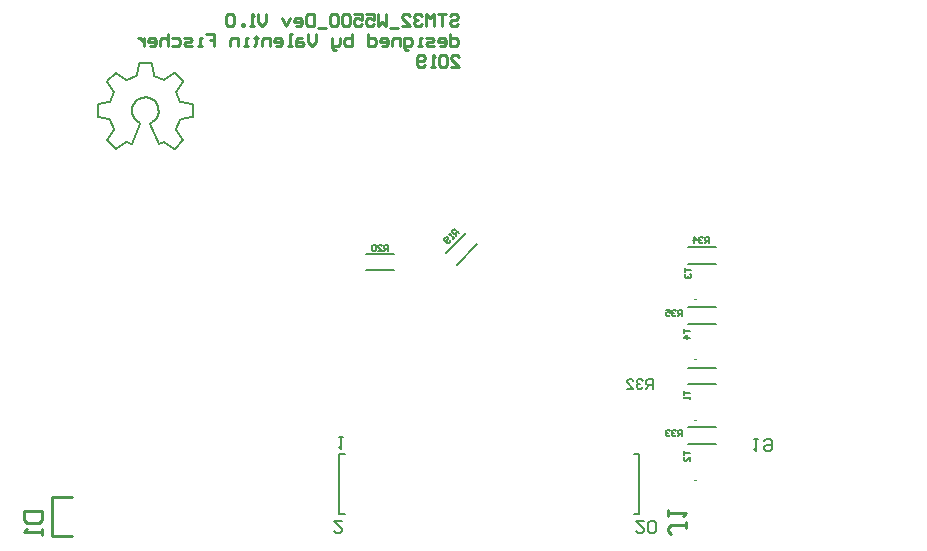
<source format=gbo>
G04*
G04 #@! TF.GenerationSoftware,Altium Limited,Altium Designer,19.1.8 (144)*
G04*
G04 Layer_Color=32896*
%FSLAX25Y25*%
%MOIN*%
G70*
G01*
G75*
%ADD10C,0.01000*%
%ADD11C,0.00000*%
%ADD15C,0.00600*%
%ADD16C,0.00787*%
%ADD18C,0.00500*%
%ADD94C,0.00631*%
%ADD95C,0.00900*%
G36*
X335400Y99100D02*
D01*
D01*
D01*
D01*
D02*
G37*
D10*
X51100Y2300D02*
Y15300D01*
Y2300D02*
X57600D01*
X51100Y15300D02*
X57600D01*
X262298Y6934D02*
Y4934D01*
Y5934D01*
X257300D01*
X256300Y4934D01*
Y3935D01*
X257300Y2935D01*
X256300Y8933D02*
Y10932D01*
Y9933D01*
X262298D01*
X261299Y8933D01*
X41602Y10800D02*
X47600D01*
Y7801D01*
X46600Y6801D01*
X42602D01*
X41602Y7801D01*
Y10800D01*
X47600Y4802D02*
Y2803D01*
Y3802D01*
X41602D01*
X42602Y4802D01*
D11*
X265725Y61288D02*
X264938D01*
X265725D01*
Y81446D02*
X264938D01*
X265725D01*
Y20972D02*
X264938D01*
X265725D01*
Y41130D02*
X264938D01*
X265725D01*
D15*
X182311Y96808D02*
X188992Y103489D01*
X186208Y92911D02*
X192889Y99592D01*
X155776Y90944D02*
X165224D01*
X155776Y96456D02*
X165224D01*
X263076Y73244D02*
X272524D01*
X263076Y78756D02*
X272524D01*
X263076Y93244D02*
X272524D01*
X263076Y98756D02*
X272524D01*
X263076Y33244D02*
X272524D01*
X263076Y38756D02*
X272524D01*
X263076Y52944D02*
X272524D01*
X263076Y58456D02*
X272524D01*
X251300Y51567D02*
Y54766D01*
X249700D01*
X249167Y54233D01*
Y53166D01*
X249700Y52633D01*
X251300D01*
X250234D02*
X249167Y51567D01*
X248101Y54233D02*
X247568Y54766D01*
X246501D01*
X245968Y54233D01*
Y53699D01*
X246501Y53166D01*
X247035D01*
X246501D01*
X245968Y52633D01*
Y52100D01*
X246501Y51567D01*
X247568D01*
X248101Y52100D01*
X242769Y51567D02*
X244902D01*
X242769Y53699D01*
Y54233D01*
X243303Y54766D01*
X244369D01*
X244902Y54233D01*
D16*
X146850Y29685D02*
X148779D01*
X146850Y9685D02*
X148779D01*
X146850D02*
Y29685D01*
X246850Y9685D02*
Y29685D01*
X244921D02*
X246850D01*
X244921Y9685D02*
X246850D01*
X147663Y7480D02*
X145039D01*
X147663Y4857D01*
Y4200D01*
X147007Y3545D01*
X145695D01*
X145039Y4200D01*
X146614Y35433D02*
X147926D01*
X147270D01*
Y31497D01*
X146614Y32153D01*
X285200Y34600D02*
X286512D01*
X285856D01*
Y30664D01*
X285200Y31320D01*
X288480Y33944D02*
X289136Y34600D01*
X290448D01*
X291104Y33944D01*
Y31320D01*
X290448Y30664D01*
X289136D01*
X288480Y31320D01*
Y31976D01*
X289136Y32632D01*
X291104D01*
X248529Y7480D02*
X245905D01*
X248529Y4857D01*
Y4200D01*
X247873Y3545D01*
X246562D01*
X245905Y4200D01*
X249841D02*
X250497Y3545D01*
X251809D01*
X252465Y4200D01*
Y6824D01*
X251809Y7480D01*
X250497D01*
X249841Y6824D01*
Y4200D01*
D18*
X186600Y103400D02*
X185186Y104814D01*
X184479Y104107D01*
Y103636D01*
X184951Y103164D01*
X185422Y103164D01*
X186129Y103871D01*
X185658Y103400D02*
Y102457D01*
X185186Y101986D02*
X184715Y101515D01*
X184951Y101751D01*
X183537Y103164D01*
X184008Y103164D01*
X183773Y101044D02*
Y100573D01*
X183301Y100101D01*
X182830Y100101D01*
X181887Y101044D01*
Y101515D01*
X182359Y101986D01*
X182830Y101986D01*
X183066Y101751D01*
X183066Y101279D01*
X182359Y100573D01*
X163000Y97300D02*
Y99299D01*
X162000D01*
X161667Y98966D01*
Y98300D01*
X162000Y97966D01*
X163000D01*
X162334D02*
X161667Y97300D01*
X159668D02*
X161001D01*
X159668Y98633D01*
Y98966D01*
X160001Y99299D01*
X160667D01*
X161001Y98966D01*
X159001D02*
X158668Y99299D01*
X158002D01*
X157668Y98966D01*
Y97633D01*
X158002Y97300D01*
X158668D01*
X159001Y97633D01*
Y98966D01*
X261100Y35600D02*
Y37599D01*
X260100D01*
X259767Y37266D01*
Y36600D01*
X260100Y36266D01*
X261100D01*
X260434D02*
X259767Y35600D01*
X259101Y37266D02*
X258767Y37599D01*
X258101D01*
X257768Y37266D01*
Y36933D01*
X258101Y36600D01*
X258434D01*
X258101D01*
X257768Y36266D01*
Y35933D01*
X258101Y35600D01*
X258767D01*
X259101Y35933D01*
X257101Y37266D02*
X256768Y37599D01*
X256102D01*
X255768Y37266D01*
Y36933D01*
X256102Y36600D01*
X256435D01*
X256102D01*
X255768Y36266D01*
Y35933D01*
X256102Y35600D01*
X256768D01*
X257101Y35933D01*
X261100Y75600D02*
Y77599D01*
X260100D01*
X259767Y77266D01*
Y76600D01*
X260100Y76266D01*
X261100D01*
X260434D02*
X259767Y75600D01*
X259101Y77266D02*
X258767Y77599D01*
X258101D01*
X257768Y77266D01*
Y76933D01*
X258101Y76600D01*
X258434D01*
X258101D01*
X257768Y76266D01*
Y75933D01*
X258101Y75600D01*
X258767D01*
X259101Y75933D01*
X255768Y77599D02*
X257101D01*
Y76600D01*
X256435Y76933D01*
X256102D01*
X255768Y76600D01*
Y75933D01*
X256102Y75600D01*
X256768D01*
X257101Y75933D01*
X270200Y100100D02*
Y102099D01*
X269200D01*
X268867Y101766D01*
Y101100D01*
X269200Y100766D01*
X270200D01*
X269534D02*
X268867Y100100D01*
X268201Y101766D02*
X267867Y102099D01*
X267201D01*
X266868Y101766D01*
Y101433D01*
X267201Y101100D01*
X267534D01*
X267201D01*
X266868Y100766D01*
Y100433D01*
X267201Y100100D01*
X267867D01*
X268201Y100433D01*
X265202Y100100D02*
Y102099D01*
X266201Y101100D01*
X264868D01*
X261901Y71400D02*
Y70067D01*
Y70734D01*
X263900D01*
Y68401D02*
X261901D01*
X262900Y69401D01*
Y68068D01*
X262001Y91600D02*
Y90267D01*
Y90934D01*
X264000D01*
X262334Y89601D02*
X262001Y89267D01*
Y88601D01*
X262334Y88268D01*
X262667D01*
X263000Y88601D01*
Y88934D01*
Y88601D01*
X263334Y88268D01*
X263667D01*
X264000Y88601D01*
Y89267D01*
X263667Y89601D01*
X261801Y50800D02*
Y49467D01*
Y50134D01*
X263800D01*
Y48801D02*
Y48134D01*
Y48467D01*
X261801D01*
X262134Y48801D01*
X261901Y30900D02*
Y29567D01*
Y30234D01*
X263900D01*
Y27568D02*
Y28901D01*
X262567Y27568D01*
X262234D01*
X261901Y27901D01*
Y28567D01*
X262234Y28901D01*
D94*
X85936Y146501D02*
X85289Y147317D01*
X84470Y147962D01*
X83526Y148401D01*
X82505Y148609D01*
X81464Y148577D01*
X80458Y148306D01*
X85936Y146501D02*
X85289Y147317D01*
X84470Y147962D01*
X83526Y148401D01*
X82505Y148609D01*
X81464Y148577D01*
X80458Y148306D01*
X78050Y142268D02*
X78601Y141367D01*
X79348Y140621D01*
X80248Y140069D01*
X79764Y147956D02*
X78948Y147308D01*
X78303Y146490D01*
X77864Y145545D01*
X77655Y144525D01*
X77688Y143484D01*
X77959Y142478D01*
X79764Y147956D02*
X78948Y147308D01*
X78303Y146490D01*
X77864Y145545D01*
X77655Y144525D01*
X77688Y143484D01*
X77959Y142478D01*
X78050Y142268D02*
X78601Y141367D01*
X79348Y140621D01*
X80248Y140069D01*
X70225Y147018D02*
X70375Y147140D01*
X70225Y147018D02*
X70375Y147140D01*
X91728Y156770D02*
X91713Y156761D01*
X91973Y156736D02*
X91728Y156770D01*
X79124Y155890D02*
X79247Y156040D01*
X91973Y156736D02*
X91728Y156770D01*
X79124Y155890D02*
X79247Y156040D01*
X91728Y156770D02*
X91713Y156761D01*
X91713Y131524D02*
X91961Y131537D01*
Y131537D02*
X91973Y131548D01*
X91713Y131524D02*
X91961Y131537D01*
Y131537D02*
X91973Y131548D01*
X70375Y141144D02*
X70225Y141267D01*
X70375Y141144D02*
X70225Y141267D01*
X97992Y142186D02*
X97993Y142202D01*
X97827Y142001D02*
X97992Y142186D01*
X97827Y142001D02*
X97992Y142186D01*
X97993Y142202D01*
X93870Y147140D02*
X94020Y147018D01*
X93870Y147140D02*
X94020Y147018D01*
X92549Y137956D02*
X92569Y137762D01*
X92549Y137956D02*
X92569Y137762D01*
X88502Y133696D02*
X88309Y133715D01*
X88502Y133696D02*
X88309Y133715D01*
X84264Y159847D02*
X84079Y160012D01*
X84079D02*
X84062Y160013D01*
X84079Y160012D02*
X84062Y160013D01*
X84264Y159847D02*
X84079Y160012D01*
X84482Y140329D02*
X85298Y140976D01*
X85942Y141794D01*
X86381Y142739D01*
X86590Y143760D01*
X86558Y144801D01*
X86286Y145807D01*
X86091Y146229D02*
X85936Y146501D01*
X84482Y140329D02*
X85298Y140976D01*
X85942Y141794D01*
X86381Y142739D01*
X86590Y143760D01*
X86558Y144801D01*
X86286Y145807D01*
X86091Y146229D02*
X85936Y146501D01*
X79985Y159863D02*
X79981Y159847D01*
X80183Y160013D02*
X79985Y159863D01*
X80183Y160013D02*
X79985Y159863D01*
Y159863D02*
X79981Y159847D01*
X75936Y133715D02*
X75743Y133696D01*
X75936Y133715D02*
X75743Y133696D01*
X77959Y142478D02*
X78050Y142268D01*
X77959Y142478D02*
X78050Y142268D01*
X71676Y137762D02*
X71696Y137956D01*
X71676Y137762D02*
X71696Y137956D01*
X66252Y142202D02*
X66402Y142005D01*
X66252Y142202D02*
X66402Y142005D01*
X97843Y146279D02*
X97827Y146283D01*
X97843Y146279D02*
X97827Y146283D01*
X97993Y146082D02*
X97843Y146279D01*
X97993Y146082D02*
X97843Y146279D01*
X94728Y153980D02*
X94717Y153993D01*
X94741Y153733D02*
X94728Y153980D01*
X94741Y153733D02*
X94728Y153980D01*
X94728Y153980D02*
X94717Y153993D01*
X92569Y150522D02*
X92549Y150329D01*
X92569Y150522D02*
X92549Y150329D01*
X94020Y141267D02*
X93870Y141144D01*
X94020Y141267D02*
X93870Y141144D01*
X94717Y134292D02*
X94750Y134537D01*
X94717Y134292D02*
X94750Y134537D01*
Y134537D02*
X94741Y134551D01*
X94750Y134537D02*
X94741Y134551D01*
X88309Y154569D02*
X88502Y154588D01*
X88309Y154569D02*
X88502Y154588D01*
X84998Y156040D02*
X85121Y155890D01*
X84998Y156040D02*
X85121Y155890D01*
X86286Y145807D02*
X86195Y146017D01*
X86091Y146229D01*
X86195Y146017D02*
X86091Y146229D01*
X86286Y145807D02*
X86195Y146017D01*
X83987Y140064D02*
X83884Y139833D01*
Y139833D02*
X83889Y139817D01*
X83997Y140069D02*
X84209Y140174D01*
X84209D02*
X84482Y140329D01*
X83889Y139817D02*
X83893Y139806D01*
X83987Y140064D02*
X83884Y139833D01*
X83997Y140069D02*
X84209Y140174D01*
X83997Y140069D02*
X83987Y140064D01*
X84209Y140174D02*
X84482Y140329D01*
X83997Y140069D02*
X83987Y140064D01*
X83884Y139833D02*
X83889Y139817D01*
X83889D02*
X83893Y139806D01*
X86814Y133100D02*
X86829Y133104D01*
X86586Y133211D02*
X86655Y133131D01*
X86829Y133104D02*
X86840Y133107D01*
X86582Y133221D02*
X86586Y133211D01*
X86840Y133107D02*
X86849Y133111D01*
X86582Y133221D02*
X86586Y133211D01*
X86655Y133131D02*
X86814Y133100D01*
X86814Y133100D02*
X86829Y133104D01*
X86586Y133211D02*
X86655Y133131D01*
Y133131D02*
X86814Y133100D01*
X86840Y133107D02*
X86849Y133111D01*
X86829Y133104D02*
X86840Y133107D01*
X80458Y148306D02*
X80248Y148215D01*
X80458Y148306D02*
X80248Y148215D01*
X80036Y148111D02*
X79764Y147956D01*
X80248Y148215D02*
X80036Y148111D01*
X80036Y148111D02*
X79764Y147956D01*
X80248Y148215D02*
X80036Y148111D01*
X80273Y140056D02*
X80259Y140064D01*
X80259Y140064D02*
X80248Y140069D01*
X80259Y140064D02*
X80248Y140069D01*
X80356Y139816D02*
X80273Y140056D01*
X80273Y140056D02*
X80259Y140064D01*
X80352Y139806D02*
X80356Y139816D01*
X80352Y139806D02*
X80356Y139816D01*
X80356Y139816D02*
X80273Y140056D01*
X75743Y154588D02*
X75936Y154569D01*
X75743Y154588D02*
X75936Y154569D01*
X77655Y133204D02*
X77660Y133214D01*
X77408Y133106D02*
X77513Y133099D01*
X77398Y133110D02*
X77408Y133106D01*
Y133106D02*
X77513Y133099D01*
X77655Y133204D02*
X77660Y133214D01*
X77398Y133110D02*
X77408Y133106D01*
X77660Y133214D02*
X77664Y133223D01*
X77513Y133099D02*
X77647Y133190D01*
X77513Y133099D02*
X77647Y133190D01*
X77655Y133204D01*
X77647Y133190D02*
X77655Y133204D01*
X77660Y133214D02*
X77664Y133223D01*
X72532Y156761D02*
X72284Y156747D01*
X72272Y156736D01*
X72284Y156747D02*
X72272Y156736D01*
X72532Y156761D02*
X72284Y156747D01*
X71696Y150329D02*
X71676Y150522D01*
X71696Y150329D02*
X71676Y150522D01*
X72272Y131548D02*
X72518Y131515D01*
X72272Y131548D02*
X72518Y131515D01*
X72518D02*
X72532Y131524D01*
X72518Y131515D02*
X72532Y131524D01*
X69495Y153747D02*
X69504Y153733D01*
X69529Y153993D02*
X69495Y153747D01*
X69529Y153993D02*
X69495Y153747D01*
X69504Y153733D01*
X66418Y146283D02*
X66253Y146099D01*
X66418Y146283D02*
X66253Y146099D01*
Y146099D02*
X66252Y146082D01*
X66253Y146099D02*
X66252Y146082D01*
X66402Y142005D02*
X66418Y142001D01*
X66402Y142005D02*
X66418Y142001D01*
X69517Y134304D02*
X69529Y134292D01*
X69517Y134304D02*
X69529Y134292D01*
X69504Y134551D02*
X69517Y134304D01*
X69504Y134551D02*
X69517Y134304D01*
X91973Y131548D02*
X94717Y134292D01*
X91973Y131548D02*
X94717Y134292D01*
X75936Y154569D02*
X79124Y155890D01*
X91973Y156736D02*
X94717Y153993D01*
X91973Y156736D02*
X94717Y153993D01*
X75936Y154569D02*
X79124Y155890D01*
X94020Y147018D02*
X97827Y146283D01*
X94020Y147018D02*
X97827Y146283D01*
X94020Y141267D02*
X97827Y142001D01*
X94020Y141267D02*
X97827Y142001D01*
X88503Y133696D02*
X91713Y131524D01*
X88503Y133696D02*
X91713Y131524D01*
X72532D02*
X75743Y133696D01*
X69529Y134292D02*
X72272Y131548D01*
X72532Y131524D02*
X75743Y133696D01*
X69529Y134292D02*
X72272Y131548D01*
X88503Y154588D02*
X91713Y156761D01*
X80183Y160013D02*
X84062D01*
X80183D02*
X84062D01*
X79247Y156040D02*
X79982Y159847D01*
X85121Y155890D02*
X88309Y154569D01*
X85121Y155890D02*
X88309Y154569D01*
X79247Y156040D02*
X79982Y159847D01*
X88503Y154588D02*
X91713Y156761D01*
X86849Y133111D02*
X88309Y133715D01*
X86849Y133111D02*
X88309Y133715D01*
X77664Y133223D02*
X80352Y139806D01*
X77664Y133223D02*
X80352Y139806D01*
X72532Y156761D02*
X75743Y154588D01*
X69529Y153993D02*
X72272Y156736D01*
X69529Y153993D02*
X72272Y156736D01*
X72532Y156761D02*
X75743Y154588D01*
X69504Y153733D02*
X71676Y150522D01*
X69504Y153733D02*
X71676Y150522D01*
X66418Y146283D02*
X70225Y147018D01*
X66418Y146283D02*
X70225Y147018D01*
X70375Y141144D02*
X71696Y137956D01*
X70375Y141144D02*
X71696Y137956D01*
X69504Y134551D02*
X71676Y137762D01*
X69504Y134551D02*
X71676Y137762D01*
X70375Y147140D02*
X71696Y150329D01*
X70375Y147140D02*
X71696Y150329D01*
X66418Y142001D02*
X70225Y141267D01*
X66418Y142001D02*
X70225Y141267D01*
X97993Y142202D02*
Y146082D01*
Y142202D02*
Y146082D01*
X92569Y150522D02*
X94741Y153733D01*
X92569Y150522D02*
X94741Y153733D01*
X92549Y137956D02*
X93870Y141144D01*
X92549Y137956D02*
X93870Y141144D01*
X92569Y137762D02*
X94741Y134551D01*
X92569Y137762D02*
X94741Y134551D01*
X84264Y159847D02*
X84998Y156040D01*
X84264Y159847D02*
X84998Y156040D01*
X83893Y139806D02*
X86581Y133223D01*
X83893Y139806D02*
X86581Y133223D01*
X75936Y133715D02*
X77396Y133111D01*
X75936Y133715D02*
X77396Y133111D01*
X66252Y142202D02*
Y146082D01*
Y142202D02*
Y146082D01*
X92549Y150329D02*
X93870Y147140D01*
X92549Y150329D02*
X93870Y147140D01*
X86581Y133223D02*
X86582Y133221D01*
X86581Y133223D02*
X86582Y133221D01*
X77396Y133111D02*
X77398Y133110D01*
X77396Y133111D02*
X77398Y133110D01*
D95*
X183834Y175632D02*
X184501Y176299D01*
X185834D01*
X186500Y175632D01*
Y174966D01*
X185834Y174299D01*
X184501D01*
X183834Y173633D01*
Y172967D01*
X184501Y172300D01*
X185834D01*
X186500Y172967D01*
X182501Y176299D02*
X179835D01*
X181168D01*
Y172300D01*
X178503D02*
Y176299D01*
X177170Y174966D01*
X175837Y176299D01*
Y172300D01*
X174504Y175632D02*
X173837Y176299D01*
X172504D01*
X171838Y175632D01*
Y174966D01*
X172504Y174299D01*
X173171D01*
X172504D01*
X171838Y173633D01*
Y172967D01*
X172504Y172300D01*
X173837D01*
X174504Y172967D01*
X167839Y172300D02*
X170505D01*
X167839Y174966D01*
Y175632D01*
X168506Y176299D01*
X169839D01*
X170505Y175632D01*
X166506Y171634D02*
X163841D01*
X162508Y176299D02*
Y172300D01*
X161175Y173633D01*
X159842Y172300D01*
Y176299D01*
X155843D02*
X158509D01*
Y174299D01*
X157176Y174966D01*
X156510D01*
X155843Y174299D01*
Y172967D01*
X156510Y172300D01*
X157843D01*
X158509Y172967D01*
X151845Y176299D02*
X154510D01*
Y174299D01*
X153177Y174966D01*
X152511D01*
X151845Y174299D01*
Y172967D01*
X152511Y172300D01*
X153844D01*
X154510Y172967D01*
X150512Y175632D02*
X149845Y176299D01*
X148512D01*
X147846Y175632D01*
Y172967D01*
X148512Y172300D01*
X149845D01*
X150512Y172967D01*
Y175632D01*
X146513D02*
X145846Y176299D01*
X144514D01*
X143847Y175632D01*
Y172967D01*
X144514Y172300D01*
X145846D01*
X146513Y172967D01*
Y175632D01*
X142514Y171634D02*
X139848D01*
X138515Y176299D02*
Y172300D01*
X136516D01*
X135850Y172967D01*
Y175632D01*
X136516Y176299D01*
X138515D01*
X132517Y172300D02*
X133850D01*
X134517Y172967D01*
Y174299D01*
X133850Y174966D01*
X132517D01*
X131851Y174299D01*
Y173633D01*
X134517D01*
X130518Y174966D02*
X129185Y172300D01*
X127852Y174966D01*
X122521Y176299D02*
Y173633D01*
X121188Y172300D01*
X119855Y173633D01*
Y176299D01*
X118522Y172300D02*
X117189D01*
X117856D01*
Y176299D01*
X118522Y175632D01*
X115190Y172300D02*
Y172967D01*
X114523D01*
Y172300D01*
X115190D01*
X111857Y175632D02*
X111191Y176299D01*
X109858D01*
X109192Y175632D01*
Y172967D01*
X109858Y172300D01*
X111191D01*
X111857Y172967D01*
Y175632D01*
X183734Y169599D02*
Y165600D01*
X185733D01*
X186400Y166267D01*
Y167599D01*
X185733Y168266D01*
X183734D01*
X180402Y165600D02*
X181735D01*
X182401Y166267D01*
Y167599D01*
X181735Y168266D01*
X180402D01*
X179736Y167599D01*
Y166933D01*
X182401D01*
X178403Y165600D02*
X176403D01*
X175737Y166267D01*
X176403Y166933D01*
X177736D01*
X178403Y167599D01*
X177736Y168266D01*
X175737D01*
X174404Y165600D02*
X173071D01*
X173737D01*
Y168266D01*
X174404D01*
X169739Y164267D02*
X169072D01*
X168406Y164934D01*
Y168266D01*
X170405D01*
X171072Y167599D01*
Y166267D01*
X170405Y165600D01*
X168406D01*
X167073D02*
Y168266D01*
X165074D01*
X164407Y167599D01*
Y165600D01*
X161075D02*
X162408D01*
X163074Y166267D01*
Y167599D01*
X162408Y168266D01*
X161075D01*
X160408Y167599D01*
Y166933D01*
X163074D01*
X156410Y169599D02*
Y165600D01*
X158409D01*
X159075Y166267D01*
Y167599D01*
X158409Y168266D01*
X156410D01*
X151078Y169599D02*
Y165600D01*
X149079D01*
X148412Y166267D01*
Y166933D01*
Y167599D01*
X149079Y168266D01*
X151078D01*
X147079D02*
Y166267D01*
X146413Y165600D01*
X144414D01*
Y164934D01*
X145080Y164267D01*
X145747D01*
X144414Y165600D02*
Y168266D01*
X139082Y169599D02*
Y166933D01*
X137749Y165600D01*
X136416Y166933D01*
Y169599D01*
X134417Y168266D02*
X133084D01*
X132417Y167599D01*
Y165600D01*
X134417D01*
X135083Y166267D01*
X134417Y166933D01*
X132417D01*
X131085Y165600D02*
X129752D01*
X130418D01*
Y169599D01*
X131085D01*
X125753Y165600D02*
X127086D01*
X127752Y166267D01*
Y167599D01*
X127086Y168266D01*
X125753D01*
X125086Y167599D01*
Y166933D01*
X127752D01*
X123753Y165600D02*
Y168266D01*
X121754D01*
X121088Y167599D01*
Y165600D01*
X119088Y168932D02*
Y168266D01*
X119755D01*
X118422D01*
X119088D01*
Y166267D01*
X118422Y165600D01*
X116423D02*
X115090D01*
X115756D01*
Y168266D01*
X116423D01*
X113090Y165600D02*
Y168266D01*
X111091D01*
X110424Y167599D01*
Y165600D01*
X102427Y169599D02*
X105093D01*
Y167599D01*
X103760D01*
X105093D01*
Y165600D01*
X101094D02*
X99761D01*
X100428D01*
Y168266D01*
X101094D01*
X97762Y165600D02*
X95763D01*
X95096Y166267D01*
X95763Y166933D01*
X97096D01*
X97762Y167599D01*
X97096Y168266D01*
X95096D01*
X91097D02*
X93097D01*
X93763Y167599D01*
Y166267D01*
X93097Y165600D01*
X91097D01*
X89764Y169599D02*
Y165600D01*
Y167599D01*
X89098Y168266D01*
X87765D01*
X87099Y167599D01*
Y165600D01*
X83766D02*
X85099D01*
X85766Y166267D01*
Y167599D01*
X85099Y168266D01*
X83766D01*
X83100Y167599D01*
Y166933D01*
X85766D01*
X81767Y168266D02*
Y165600D01*
Y166933D01*
X81101Y167599D01*
X80434Y168266D01*
X79768D01*
X183934Y158900D02*
X186600D01*
X183934Y161566D01*
Y162232D01*
X184601Y162899D01*
X185933D01*
X186600Y162232D01*
X182601D02*
X181935Y162899D01*
X180602D01*
X179936Y162232D01*
Y159566D01*
X180602Y158900D01*
X181935D01*
X182601Y159566D01*
Y162232D01*
X178603Y158900D02*
X177270D01*
X177936D01*
Y162899D01*
X178603Y162232D01*
X175270Y159566D02*
X174604Y158900D01*
X173271D01*
X172605Y159566D01*
Y162232D01*
X173271Y162899D01*
X174604D01*
X175270Y162232D01*
Y161566D01*
X174604Y160899D01*
X172605D01*
M02*

</source>
